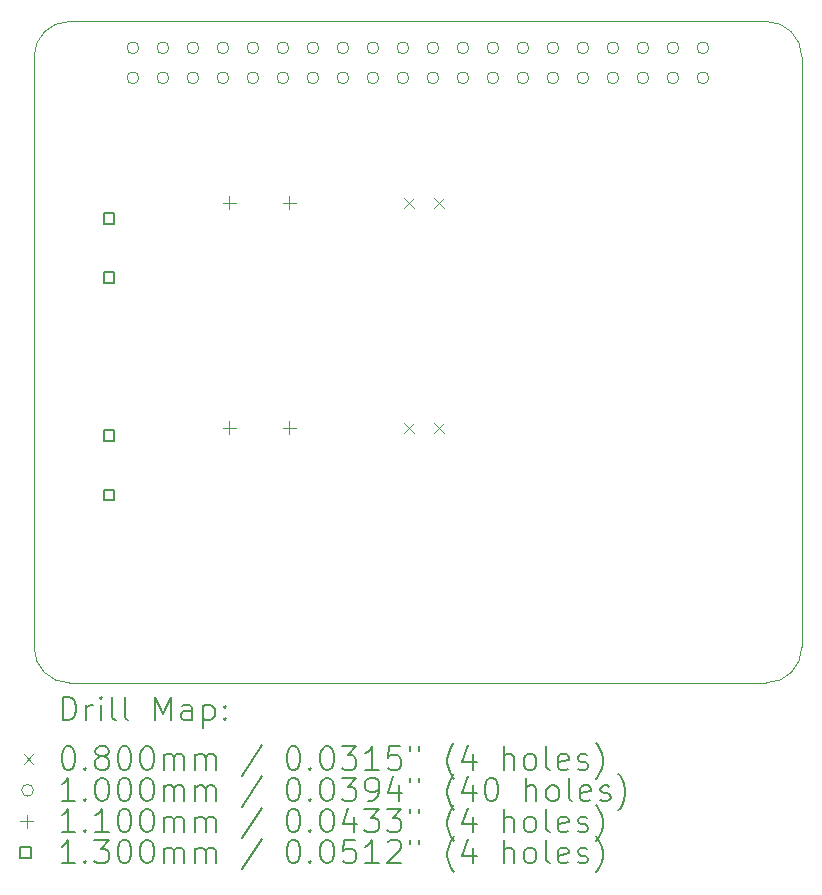
<source format=gbr>
%TF.GenerationSoftware,KiCad,Pcbnew,7.0.1-0*%
%TF.CreationDate,2023-12-28T22:42:47+01:00*%
%TF.ProjectId,SSR-Shiled-v1,5353522d-5368-4696-9c65-642d76312e6b,rev?*%
%TF.SameCoordinates,Original*%
%TF.FileFunction,Drillmap*%
%TF.FilePolarity,Positive*%
%FSLAX45Y45*%
G04 Gerber Fmt 4.5, Leading zero omitted, Abs format (unit mm)*
G04 Created by KiCad (PCBNEW 7.0.1-0) date 2023-12-28 22:42:47*
%MOMM*%
%LPD*%
G01*
G04 APERTURE LIST*
%ADD10C,0.100000*%
%ADD11C,0.200000*%
%ADD12C,0.080000*%
%ADD13C,0.110000*%
%ADD14C,0.130000*%
G04 APERTURE END LIST*
D10*
X16500000Y-4700000D02*
G75*
G03*
X16200000Y-4400000I-300000J0D01*
G01*
X16500000Y-9700000D02*
X16500000Y-4700000D01*
X10000000Y-4700000D02*
X10000000Y-9700000D01*
X10000000Y-9700000D02*
G75*
G03*
X10300000Y-10000000I300000J0D01*
G01*
X10300000Y-10000000D02*
X16200000Y-10000000D01*
X16200000Y-10000000D02*
G75*
G03*
X16500000Y-9700000I0J300000D01*
G01*
X10300000Y-4400000D02*
G75*
G03*
X10000000Y-4700000I0J-300000D01*
G01*
X16200000Y-4400000D02*
X10300000Y-4400000D01*
D11*
D12*
X13135000Y-5896000D02*
X13215000Y-5976000D01*
X13215000Y-5896000D02*
X13135000Y-5976000D01*
X13135000Y-7801000D02*
X13215000Y-7881000D01*
X13215000Y-7801000D02*
X13135000Y-7881000D01*
X13389000Y-5896000D02*
X13469000Y-5976000D01*
X13469000Y-5896000D02*
X13389000Y-5976000D01*
X13389000Y-7801000D02*
X13469000Y-7881000D01*
X13469000Y-7801000D02*
X13389000Y-7881000D01*
D10*
X10887000Y-4623000D02*
G75*
G03*
X10887000Y-4623000I-50000J0D01*
G01*
X10887000Y-4877000D02*
G75*
G03*
X10887000Y-4877000I-50000J0D01*
G01*
X11141000Y-4623000D02*
G75*
G03*
X11141000Y-4623000I-50000J0D01*
G01*
X11141000Y-4877000D02*
G75*
G03*
X11141000Y-4877000I-50000J0D01*
G01*
X11395000Y-4623000D02*
G75*
G03*
X11395000Y-4623000I-50000J0D01*
G01*
X11395000Y-4877000D02*
G75*
G03*
X11395000Y-4877000I-50000J0D01*
G01*
X11649000Y-4623000D02*
G75*
G03*
X11649000Y-4623000I-50000J0D01*
G01*
X11649000Y-4877000D02*
G75*
G03*
X11649000Y-4877000I-50000J0D01*
G01*
X11903000Y-4623000D02*
G75*
G03*
X11903000Y-4623000I-50000J0D01*
G01*
X11903000Y-4877000D02*
G75*
G03*
X11903000Y-4877000I-50000J0D01*
G01*
X12157000Y-4623000D02*
G75*
G03*
X12157000Y-4623000I-50000J0D01*
G01*
X12157000Y-4877000D02*
G75*
G03*
X12157000Y-4877000I-50000J0D01*
G01*
X12411000Y-4623000D02*
G75*
G03*
X12411000Y-4623000I-50000J0D01*
G01*
X12411000Y-4877000D02*
G75*
G03*
X12411000Y-4877000I-50000J0D01*
G01*
X12665000Y-4623000D02*
G75*
G03*
X12665000Y-4623000I-50000J0D01*
G01*
X12665000Y-4877000D02*
G75*
G03*
X12665000Y-4877000I-50000J0D01*
G01*
X12919000Y-4623000D02*
G75*
G03*
X12919000Y-4623000I-50000J0D01*
G01*
X12919000Y-4877000D02*
G75*
G03*
X12919000Y-4877000I-50000J0D01*
G01*
X13173000Y-4623000D02*
G75*
G03*
X13173000Y-4623000I-50000J0D01*
G01*
X13173000Y-4877000D02*
G75*
G03*
X13173000Y-4877000I-50000J0D01*
G01*
X13427000Y-4623000D02*
G75*
G03*
X13427000Y-4623000I-50000J0D01*
G01*
X13427000Y-4877000D02*
G75*
G03*
X13427000Y-4877000I-50000J0D01*
G01*
X13681000Y-4623000D02*
G75*
G03*
X13681000Y-4623000I-50000J0D01*
G01*
X13681000Y-4877000D02*
G75*
G03*
X13681000Y-4877000I-50000J0D01*
G01*
X13935000Y-4623000D02*
G75*
G03*
X13935000Y-4623000I-50000J0D01*
G01*
X13935000Y-4877000D02*
G75*
G03*
X13935000Y-4877000I-50000J0D01*
G01*
X14189000Y-4623000D02*
G75*
G03*
X14189000Y-4623000I-50000J0D01*
G01*
X14189000Y-4877000D02*
G75*
G03*
X14189000Y-4877000I-50000J0D01*
G01*
X14443000Y-4623000D02*
G75*
G03*
X14443000Y-4623000I-50000J0D01*
G01*
X14443000Y-4877000D02*
G75*
G03*
X14443000Y-4877000I-50000J0D01*
G01*
X14697000Y-4623000D02*
G75*
G03*
X14697000Y-4623000I-50000J0D01*
G01*
X14697000Y-4877000D02*
G75*
G03*
X14697000Y-4877000I-50000J0D01*
G01*
X14951000Y-4623000D02*
G75*
G03*
X14951000Y-4623000I-50000J0D01*
G01*
X14951000Y-4877000D02*
G75*
G03*
X14951000Y-4877000I-50000J0D01*
G01*
X15205000Y-4623000D02*
G75*
G03*
X15205000Y-4623000I-50000J0D01*
G01*
X15205000Y-4877000D02*
G75*
G03*
X15205000Y-4877000I-50000J0D01*
G01*
X15459000Y-4623000D02*
G75*
G03*
X15459000Y-4623000I-50000J0D01*
G01*
X15459000Y-4877000D02*
G75*
G03*
X15459000Y-4877000I-50000J0D01*
G01*
X15713000Y-4623000D02*
G75*
G03*
X15713000Y-4623000I-50000J0D01*
G01*
X15713000Y-4877000D02*
G75*
G03*
X15713000Y-4877000I-50000J0D01*
G01*
D13*
X11651000Y-5881000D02*
X11651000Y-5991000D01*
X11596000Y-5936000D02*
X11706000Y-5936000D01*
X11651000Y-7786000D02*
X11651000Y-7896000D01*
X11596000Y-7841000D02*
X11706000Y-7841000D01*
X12159000Y-5881000D02*
X12159000Y-5991000D01*
X12104000Y-5936000D02*
X12214000Y-5936000D01*
X12159000Y-7786000D02*
X12159000Y-7896000D01*
X12104000Y-7841000D02*
X12214000Y-7841000D01*
D14*
X10680962Y-6116962D02*
X10680962Y-6025038D01*
X10589038Y-6025038D01*
X10589038Y-6116962D01*
X10680962Y-6116962D01*
X10680962Y-6616962D02*
X10680962Y-6525038D01*
X10589038Y-6525038D01*
X10589038Y-6616962D01*
X10680962Y-6616962D01*
X10680962Y-7955212D02*
X10680962Y-7863288D01*
X10589038Y-7863288D01*
X10589038Y-7955212D01*
X10680962Y-7955212D01*
X10680962Y-8455212D02*
X10680962Y-8363288D01*
X10589038Y-8363288D01*
X10589038Y-8455212D01*
X10680962Y-8455212D01*
D11*
X10242619Y-10317524D02*
X10242619Y-10117524D01*
X10242619Y-10117524D02*
X10290238Y-10117524D01*
X10290238Y-10117524D02*
X10318810Y-10127048D01*
X10318810Y-10127048D02*
X10337857Y-10146095D01*
X10337857Y-10146095D02*
X10347381Y-10165143D01*
X10347381Y-10165143D02*
X10356905Y-10203238D01*
X10356905Y-10203238D02*
X10356905Y-10231810D01*
X10356905Y-10231810D02*
X10347381Y-10269905D01*
X10347381Y-10269905D02*
X10337857Y-10288952D01*
X10337857Y-10288952D02*
X10318810Y-10308000D01*
X10318810Y-10308000D02*
X10290238Y-10317524D01*
X10290238Y-10317524D02*
X10242619Y-10317524D01*
X10442619Y-10317524D02*
X10442619Y-10184190D01*
X10442619Y-10222286D02*
X10452143Y-10203238D01*
X10452143Y-10203238D02*
X10461667Y-10193714D01*
X10461667Y-10193714D02*
X10480714Y-10184190D01*
X10480714Y-10184190D02*
X10499762Y-10184190D01*
X10566429Y-10317524D02*
X10566429Y-10184190D01*
X10566429Y-10117524D02*
X10556905Y-10127048D01*
X10556905Y-10127048D02*
X10566429Y-10136571D01*
X10566429Y-10136571D02*
X10575952Y-10127048D01*
X10575952Y-10127048D02*
X10566429Y-10117524D01*
X10566429Y-10117524D02*
X10566429Y-10136571D01*
X10690238Y-10317524D02*
X10671190Y-10308000D01*
X10671190Y-10308000D02*
X10661667Y-10288952D01*
X10661667Y-10288952D02*
X10661667Y-10117524D01*
X10795000Y-10317524D02*
X10775952Y-10308000D01*
X10775952Y-10308000D02*
X10766429Y-10288952D01*
X10766429Y-10288952D02*
X10766429Y-10117524D01*
X11023571Y-10317524D02*
X11023571Y-10117524D01*
X11023571Y-10117524D02*
X11090238Y-10260381D01*
X11090238Y-10260381D02*
X11156905Y-10117524D01*
X11156905Y-10117524D02*
X11156905Y-10317524D01*
X11337857Y-10317524D02*
X11337857Y-10212762D01*
X11337857Y-10212762D02*
X11328333Y-10193714D01*
X11328333Y-10193714D02*
X11309286Y-10184190D01*
X11309286Y-10184190D02*
X11271190Y-10184190D01*
X11271190Y-10184190D02*
X11252143Y-10193714D01*
X11337857Y-10308000D02*
X11318809Y-10317524D01*
X11318809Y-10317524D02*
X11271190Y-10317524D01*
X11271190Y-10317524D02*
X11252143Y-10308000D01*
X11252143Y-10308000D02*
X11242619Y-10288952D01*
X11242619Y-10288952D02*
X11242619Y-10269905D01*
X11242619Y-10269905D02*
X11252143Y-10250857D01*
X11252143Y-10250857D02*
X11271190Y-10241333D01*
X11271190Y-10241333D02*
X11318809Y-10241333D01*
X11318809Y-10241333D02*
X11337857Y-10231810D01*
X11433095Y-10184190D02*
X11433095Y-10384190D01*
X11433095Y-10193714D02*
X11452143Y-10184190D01*
X11452143Y-10184190D02*
X11490238Y-10184190D01*
X11490238Y-10184190D02*
X11509286Y-10193714D01*
X11509286Y-10193714D02*
X11518809Y-10203238D01*
X11518809Y-10203238D02*
X11528333Y-10222286D01*
X11528333Y-10222286D02*
X11528333Y-10279429D01*
X11528333Y-10279429D02*
X11518809Y-10298476D01*
X11518809Y-10298476D02*
X11509286Y-10308000D01*
X11509286Y-10308000D02*
X11490238Y-10317524D01*
X11490238Y-10317524D02*
X11452143Y-10317524D01*
X11452143Y-10317524D02*
X11433095Y-10308000D01*
X11614048Y-10298476D02*
X11623571Y-10308000D01*
X11623571Y-10308000D02*
X11614048Y-10317524D01*
X11614048Y-10317524D02*
X11604524Y-10308000D01*
X11604524Y-10308000D02*
X11614048Y-10298476D01*
X11614048Y-10298476D02*
X11614048Y-10317524D01*
X11614048Y-10193714D02*
X11623571Y-10203238D01*
X11623571Y-10203238D02*
X11614048Y-10212762D01*
X11614048Y-10212762D02*
X11604524Y-10203238D01*
X11604524Y-10203238D02*
X11614048Y-10193714D01*
X11614048Y-10193714D02*
X11614048Y-10212762D01*
D12*
X9915000Y-10605000D02*
X9995000Y-10685000D01*
X9995000Y-10605000D02*
X9915000Y-10685000D01*
D11*
X10280714Y-10537524D02*
X10299762Y-10537524D01*
X10299762Y-10537524D02*
X10318810Y-10547048D01*
X10318810Y-10547048D02*
X10328333Y-10556571D01*
X10328333Y-10556571D02*
X10337857Y-10575619D01*
X10337857Y-10575619D02*
X10347381Y-10613714D01*
X10347381Y-10613714D02*
X10347381Y-10661333D01*
X10347381Y-10661333D02*
X10337857Y-10699429D01*
X10337857Y-10699429D02*
X10328333Y-10718476D01*
X10328333Y-10718476D02*
X10318810Y-10728000D01*
X10318810Y-10728000D02*
X10299762Y-10737524D01*
X10299762Y-10737524D02*
X10280714Y-10737524D01*
X10280714Y-10737524D02*
X10261667Y-10728000D01*
X10261667Y-10728000D02*
X10252143Y-10718476D01*
X10252143Y-10718476D02*
X10242619Y-10699429D01*
X10242619Y-10699429D02*
X10233095Y-10661333D01*
X10233095Y-10661333D02*
X10233095Y-10613714D01*
X10233095Y-10613714D02*
X10242619Y-10575619D01*
X10242619Y-10575619D02*
X10252143Y-10556571D01*
X10252143Y-10556571D02*
X10261667Y-10547048D01*
X10261667Y-10547048D02*
X10280714Y-10537524D01*
X10433095Y-10718476D02*
X10442619Y-10728000D01*
X10442619Y-10728000D02*
X10433095Y-10737524D01*
X10433095Y-10737524D02*
X10423571Y-10728000D01*
X10423571Y-10728000D02*
X10433095Y-10718476D01*
X10433095Y-10718476D02*
X10433095Y-10737524D01*
X10556905Y-10623238D02*
X10537857Y-10613714D01*
X10537857Y-10613714D02*
X10528333Y-10604190D01*
X10528333Y-10604190D02*
X10518810Y-10585143D01*
X10518810Y-10585143D02*
X10518810Y-10575619D01*
X10518810Y-10575619D02*
X10528333Y-10556571D01*
X10528333Y-10556571D02*
X10537857Y-10547048D01*
X10537857Y-10547048D02*
X10556905Y-10537524D01*
X10556905Y-10537524D02*
X10595000Y-10537524D01*
X10595000Y-10537524D02*
X10614048Y-10547048D01*
X10614048Y-10547048D02*
X10623571Y-10556571D01*
X10623571Y-10556571D02*
X10633095Y-10575619D01*
X10633095Y-10575619D02*
X10633095Y-10585143D01*
X10633095Y-10585143D02*
X10623571Y-10604190D01*
X10623571Y-10604190D02*
X10614048Y-10613714D01*
X10614048Y-10613714D02*
X10595000Y-10623238D01*
X10595000Y-10623238D02*
X10556905Y-10623238D01*
X10556905Y-10623238D02*
X10537857Y-10632762D01*
X10537857Y-10632762D02*
X10528333Y-10642286D01*
X10528333Y-10642286D02*
X10518810Y-10661333D01*
X10518810Y-10661333D02*
X10518810Y-10699429D01*
X10518810Y-10699429D02*
X10528333Y-10718476D01*
X10528333Y-10718476D02*
X10537857Y-10728000D01*
X10537857Y-10728000D02*
X10556905Y-10737524D01*
X10556905Y-10737524D02*
X10595000Y-10737524D01*
X10595000Y-10737524D02*
X10614048Y-10728000D01*
X10614048Y-10728000D02*
X10623571Y-10718476D01*
X10623571Y-10718476D02*
X10633095Y-10699429D01*
X10633095Y-10699429D02*
X10633095Y-10661333D01*
X10633095Y-10661333D02*
X10623571Y-10642286D01*
X10623571Y-10642286D02*
X10614048Y-10632762D01*
X10614048Y-10632762D02*
X10595000Y-10623238D01*
X10756905Y-10537524D02*
X10775952Y-10537524D01*
X10775952Y-10537524D02*
X10795000Y-10547048D01*
X10795000Y-10547048D02*
X10804524Y-10556571D01*
X10804524Y-10556571D02*
X10814048Y-10575619D01*
X10814048Y-10575619D02*
X10823571Y-10613714D01*
X10823571Y-10613714D02*
X10823571Y-10661333D01*
X10823571Y-10661333D02*
X10814048Y-10699429D01*
X10814048Y-10699429D02*
X10804524Y-10718476D01*
X10804524Y-10718476D02*
X10795000Y-10728000D01*
X10795000Y-10728000D02*
X10775952Y-10737524D01*
X10775952Y-10737524D02*
X10756905Y-10737524D01*
X10756905Y-10737524D02*
X10737857Y-10728000D01*
X10737857Y-10728000D02*
X10728333Y-10718476D01*
X10728333Y-10718476D02*
X10718810Y-10699429D01*
X10718810Y-10699429D02*
X10709286Y-10661333D01*
X10709286Y-10661333D02*
X10709286Y-10613714D01*
X10709286Y-10613714D02*
X10718810Y-10575619D01*
X10718810Y-10575619D02*
X10728333Y-10556571D01*
X10728333Y-10556571D02*
X10737857Y-10547048D01*
X10737857Y-10547048D02*
X10756905Y-10537524D01*
X10947381Y-10537524D02*
X10966429Y-10537524D01*
X10966429Y-10537524D02*
X10985476Y-10547048D01*
X10985476Y-10547048D02*
X10995000Y-10556571D01*
X10995000Y-10556571D02*
X11004524Y-10575619D01*
X11004524Y-10575619D02*
X11014048Y-10613714D01*
X11014048Y-10613714D02*
X11014048Y-10661333D01*
X11014048Y-10661333D02*
X11004524Y-10699429D01*
X11004524Y-10699429D02*
X10995000Y-10718476D01*
X10995000Y-10718476D02*
X10985476Y-10728000D01*
X10985476Y-10728000D02*
X10966429Y-10737524D01*
X10966429Y-10737524D02*
X10947381Y-10737524D01*
X10947381Y-10737524D02*
X10928333Y-10728000D01*
X10928333Y-10728000D02*
X10918810Y-10718476D01*
X10918810Y-10718476D02*
X10909286Y-10699429D01*
X10909286Y-10699429D02*
X10899762Y-10661333D01*
X10899762Y-10661333D02*
X10899762Y-10613714D01*
X10899762Y-10613714D02*
X10909286Y-10575619D01*
X10909286Y-10575619D02*
X10918810Y-10556571D01*
X10918810Y-10556571D02*
X10928333Y-10547048D01*
X10928333Y-10547048D02*
X10947381Y-10537524D01*
X11099762Y-10737524D02*
X11099762Y-10604190D01*
X11099762Y-10623238D02*
X11109286Y-10613714D01*
X11109286Y-10613714D02*
X11128333Y-10604190D01*
X11128333Y-10604190D02*
X11156905Y-10604190D01*
X11156905Y-10604190D02*
X11175952Y-10613714D01*
X11175952Y-10613714D02*
X11185476Y-10632762D01*
X11185476Y-10632762D02*
X11185476Y-10737524D01*
X11185476Y-10632762D02*
X11195000Y-10613714D01*
X11195000Y-10613714D02*
X11214048Y-10604190D01*
X11214048Y-10604190D02*
X11242619Y-10604190D01*
X11242619Y-10604190D02*
X11261667Y-10613714D01*
X11261667Y-10613714D02*
X11271190Y-10632762D01*
X11271190Y-10632762D02*
X11271190Y-10737524D01*
X11366429Y-10737524D02*
X11366429Y-10604190D01*
X11366429Y-10623238D02*
X11375952Y-10613714D01*
X11375952Y-10613714D02*
X11395000Y-10604190D01*
X11395000Y-10604190D02*
X11423571Y-10604190D01*
X11423571Y-10604190D02*
X11442619Y-10613714D01*
X11442619Y-10613714D02*
X11452143Y-10632762D01*
X11452143Y-10632762D02*
X11452143Y-10737524D01*
X11452143Y-10632762D02*
X11461667Y-10613714D01*
X11461667Y-10613714D02*
X11480714Y-10604190D01*
X11480714Y-10604190D02*
X11509286Y-10604190D01*
X11509286Y-10604190D02*
X11528333Y-10613714D01*
X11528333Y-10613714D02*
X11537857Y-10632762D01*
X11537857Y-10632762D02*
X11537857Y-10737524D01*
X11928333Y-10528000D02*
X11756905Y-10785143D01*
X12185476Y-10537524D02*
X12204524Y-10537524D01*
X12204524Y-10537524D02*
X12223572Y-10547048D01*
X12223572Y-10547048D02*
X12233095Y-10556571D01*
X12233095Y-10556571D02*
X12242619Y-10575619D01*
X12242619Y-10575619D02*
X12252143Y-10613714D01*
X12252143Y-10613714D02*
X12252143Y-10661333D01*
X12252143Y-10661333D02*
X12242619Y-10699429D01*
X12242619Y-10699429D02*
X12233095Y-10718476D01*
X12233095Y-10718476D02*
X12223572Y-10728000D01*
X12223572Y-10728000D02*
X12204524Y-10737524D01*
X12204524Y-10737524D02*
X12185476Y-10737524D01*
X12185476Y-10737524D02*
X12166429Y-10728000D01*
X12166429Y-10728000D02*
X12156905Y-10718476D01*
X12156905Y-10718476D02*
X12147381Y-10699429D01*
X12147381Y-10699429D02*
X12137857Y-10661333D01*
X12137857Y-10661333D02*
X12137857Y-10613714D01*
X12137857Y-10613714D02*
X12147381Y-10575619D01*
X12147381Y-10575619D02*
X12156905Y-10556571D01*
X12156905Y-10556571D02*
X12166429Y-10547048D01*
X12166429Y-10547048D02*
X12185476Y-10537524D01*
X12337857Y-10718476D02*
X12347381Y-10728000D01*
X12347381Y-10728000D02*
X12337857Y-10737524D01*
X12337857Y-10737524D02*
X12328333Y-10728000D01*
X12328333Y-10728000D02*
X12337857Y-10718476D01*
X12337857Y-10718476D02*
X12337857Y-10737524D01*
X12471191Y-10537524D02*
X12490238Y-10537524D01*
X12490238Y-10537524D02*
X12509286Y-10547048D01*
X12509286Y-10547048D02*
X12518810Y-10556571D01*
X12518810Y-10556571D02*
X12528333Y-10575619D01*
X12528333Y-10575619D02*
X12537857Y-10613714D01*
X12537857Y-10613714D02*
X12537857Y-10661333D01*
X12537857Y-10661333D02*
X12528333Y-10699429D01*
X12528333Y-10699429D02*
X12518810Y-10718476D01*
X12518810Y-10718476D02*
X12509286Y-10728000D01*
X12509286Y-10728000D02*
X12490238Y-10737524D01*
X12490238Y-10737524D02*
X12471191Y-10737524D01*
X12471191Y-10737524D02*
X12452143Y-10728000D01*
X12452143Y-10728000D02*
X12442619Y-10718476D01*
X12442619Y-10718476D02*
X12433095Y-10699429D01*
X12433095Y-10699429D02*
X12423572Y-10661333D01*
X12423572Y-10661333D02*
X12423572Y-10613714D01*
X12423572Y-10613714D02*
X12433095Y-10575619D01*
X12433095Y-10575619D02*
X12442619Y-10556571D01*
X12442619Y-10556571D02*
X12452143Y-10547048D01*
X12452143Y-10547048D02*
X12471191Y-10537524D01*
X12604524Y-10537524D02*
X12728333Y-10537524D01*
X12728333Y-10537524D02*
X12661667Y-10613714D01*
X12661667Y-10613714D02*
X12690238Y-10613714D01*
X12690238Y-10613714D02*
X12709286Y-10623238D01*
X12709286Y-10623238D02*
X12718810Y-10632762D01*
X12718810Y-10632762D02*
X12728333Y-10651810D01*
X12728333Y-10651810D02*
X12728333Y-10699429D01*
X12728333Y-10699429D02*
X12718810Y-10718476D01*
X12718810Y-10718476D02*
X12709286Y-10728000D01*
X12709286Y-10728000D02*
X12690238Y-10737524D01*
X12690238Y-10737524D02*
X12633095Y-10737524D01*
X12633095Y-10737524D02*
X12614048Y-10728000D01*
X12614048Y-10728000D02*
X12604524Y-10718476D01*
X12918810Y-10737524D02*
X12804524Y-10737524D01*
X12861667Y-10737524D02*
X12861667Y-10537524D01*
X12861667Y-10537524D02*
X12842619Y-10566095D01*
X12842619Y-10566095D02*
X12823572Y-10585143D01*
X12823572Y-10585143D02*
X12804524Y-10594667D01*
X13099762Y-10537524D02*
X13004524Y-10537524D01*
X13004524Y-10537524D02*
X12995000Y-10632762D01*
X12995000Y-10632762D02*
X13004524Y-10623238D01*
X13004524Y-10623238D02*
X13023572Y-10613714D01*
X13023572Y-10613714D02*
X13071191Y-10613714D01*
X13071191Y-10613714D02*
X13090238Y-10623238D01*
X13090238Y-10623238D02*
X13099762Y-10632762D01*
X13099762Y-10632762D02*
X13109286Y-10651810D01*
X13109286Y-10651810D02*
X13109286Y-10699429D01*
X13109286Y-10699429D02*
X13099762Y-10718476D01*
X13099762Y-10718476D02*
X13090238Y-10728000D01*
X13090238Y-10728000D02*
X13071191Y-10737524D01*
X13071191Y-10737524D02*
X13023572Y-10737524D01*
X13023572Y-10737524D02*
X13004524Y-10728000D01*
X13004524Y-10728000D02*
X12995000Y-10718476D01*
X13185476Y-10537524D02*
X13185476Y-10575619D01*
X13261667Y-10537524D02*
X13261667Y-10575619D01*
X13556905Y-10813714D02*
X13547381Y-10804190D01*
X13547381Y-10804190D02*
X13528334Y-10775619D01*
X13528334Y-10775619D02*
X13518810Y-10756571D01*
X13518810Y-10756571D02*
X13509286Y-10728000D01*
X13509286Y-10728000D02*
X13499762Y-10680381D01*
X13499762Y-10680381D02*
X13499762Y-10642286D01*
X13499762Y-10642286D02*
X13509286Y-10594667D01*
X13509286Y-10594667D02*
X13518810Y-10566095D01*
X13518810Y-10566095D02*
X13528334Y-10547048D01*
X13528334Y-10547048D02*
X13547381Y-10518476D01*
X13547381Y-10518476D02*
X13556905Y-10508952D01*
X13718810Y-10604190D02*
X13718810Y-10737524D01*
X13671191Y-10528000D02*
X13623572Y-10670857D01*
X13623572Y-10670857D02*
X13747381Y-10670857D01*
X13975953Y-10737524D02*
X13975953Y-10537524D01*
X14061667Y-10737524D02*
X14061667Y-10632762D01*
X14061667Y-10632762D02*
X14052143Y-10613714D01*
X14052143Y-10613714D02*
X14033096Y-10604190D01*
X14033096Y-10604190D02*
X14004524Y-10604190D01*
X14004524Y-10604190D02*
X13985476Y-10613714D01*
X13985476Y-10613714D02*
X13975953Y-10623238D01*
X14185476Y-10737524D02*
X14166429Y-10728000D01*
X14166429Y-10728000D02*
X14156905Y-10718476D01*
X14156905Y-10718476D02*
X14147381Y-10699429D01*
X14147381Y-10699429D02*
X14147381Y-10642286D01*
X14147381Y-10642286D02*
X14156905Y-10623238D01*
X14156905Y-10623238D02*
X14166429Y-10613714D01*
X14166429Y-10613714D02*
X14185476Y-10604190D01*
X14185476Y-10604190D02*
X14214048Y-10604190D01*
X14214048Y-10604190D02*
X14233096Y-10613714D01*
X14233096Y-10613714D02*
X14242619Y-10623238D01*
X14242619Y-10623238D02*
X14252143Y-10642286D01*
X14252143Y-10642286D02*
X14252143Y-10699429D01*
X14252143Y-10699429D02*
X14242619Y-10718476D01*
X14242619Y-10718476D02*
X14233096Y-10728000D01*
X14233096Y-10728000D02*
X14214048Y-10737524D01*
X14214048Y-10737524D02*
X14185476Y-10737524D01*
X14366429Y-10737524D02*
X14347381Y-10728000D01*
X14347381Y-10728000D02*
X14337857Y-10708952D01*
X14337857Y-10708952D02*
X14337857Y-10537524D01*
X14518810Y-10728000D02*
X14499762Y-10737524D01*
X14499762Y-10737524D02*
X14461667Y-10737524D01*
X14461667Y-10737524D02*
X14442619Y-10728000D01*
X14442619Y-10728000D02*
X14433096Y-10708952D01*
X14433096Y-10708952D02*
X14433096Y-10632762D01*
X14433096Y-10632762D02*
X14442619Y-10613714D01*
X14442619Y-10613714D02*
X14461667Y-10604190D01*
X14461667Y-10604190D02*
X14499762Y-10604190D01*
X14499762Y-10604190D02*
X14518810Y-10613714D01*
X14518810Y-10613714D02*
X14528334Y-10632762D01*
X14528334Y-10632762D02*
X14528334Y-10651810D01*
X14528334Y-10651810D02*
X14433096Y-10670857D01*
X14604524Y-10728000D02*
X14623572Y-10737524D01*
X14623572Y-10737524D02*
X14661667Y-10737524D01*
X14661667Y-10737524D02*
X14680715Y-10728000D01*
X14680715Y-10728000D02*
X14690238Y-10708952D01*
X14690238Y-10708952D02*
X14690238Y-10699429D01*
X14690238Y-10699429D02*
X14680715Y-10680381D01*
X14680715Y-10680381D02*
X14661667Y-10670857D01*
X14661667Y-10670857D02*
X14633096Y-10670857D01*
X14633096Y-10670857D02*
X14614048Y-10661333D01*
X14614048Y-10661333D02*
X14604524Y-10642286D01*
X14604524Y-10642286D02*
X14604524Y-10632762D01*
X14604524Y-10632762D02*
X14614048Y-10613714D01*
X14614048Y-10613714D02*
X14633096Y-10604190D01*
X14633096Y-10604190D02*
X14661667Y-10604190D01*
X14661667Y-10604190D02*
X14680715Y-10613714D01*
X14756905Y-10813714D02*
X14766429Y-10804190D01*
X14766429Y-10804190D02*
X14785477Y-10775619D01*
X14785477Y-10775619D02*
X14795000Y-10756571D01*
X14795000Y-10756571D02*
X14804524Y-10728000D01*
X14804524Y-10728000D02*
X14814048Y-10680381D01*
X14814048Y-10680381D02*
X14814048Y-10642286D01*
X14814048Y-10642286D02*
X14804524Y-10594667D01*
X14804524Y-10594667D02*
X14795000Y-10566095D01*
X14795000Y-10566095D02*
X14785477Y-10547048D01*
X14785477Y-10547048D02*
X14766429Y-10518476D01*
X14766429Y-10518476D02*
X14756905Y-10508952D01*
D10*
X9995000Y-10909000D02*
G75*
G03*
X9995000Y-10909000I-50000J0D01*
G01*
D11*
X10347381Y-11001524D02*
X10233095Y-11001524D01*
X10290238Y-11001524D02*
X10290238Y-10801524D01*
X10290238Y-10801524D02*
X10271190Y-10830095D01*
X10271190Y-10830095D02*
X10252143Y-10849143D01*
X10252143Y-10849143D02*
X10233095Y-10858667D01*
X10433095Y-10982476D02*
X10442619Y-10992000D01*
X10442619Y-10992000D02*
X10433095Y-11001524D01*
X10433095Y-11001524D02*
X10423571Y-10992000D01*
X10423571Y-10992000D02*
X10433095Y-10982476D01*
X10433095Y-10982476D02*
X10433095Y-11001524D01*
X10566429Y-10801524D02*
X10585476Y-10801524D01*
X10585476Y-10801524D02*
X10604524Y-10811048D01*
X10604524Y-10811048D02*
X10614048Y-10820571D01*
X10614048Y-10820571D02*
X10623571Y-10839619D01*
X10623571Y-10839619D02*
X10633095Y-10877714D01*
X10633095Y-10877714D02*
X10633095Y-10925333D01*
X10633095Y-10925333D02*
X10623571Y-10963429D01*
X10623571Y-10963429D02*
X10614048Y-10982476D01*
X10614048Y-10982476D02*
X10604524Y-10992000D01*
X10604524Y-10992000D02*
X10585476Y-11001524D01*
X10585476Y-11001524D02*
X10566429Y-11001524D01*
X10566429Y-11001524D02*
X10547381Y-10992000D01*
X10547381Y-10992000D02*
X10537857Y-10982476D01*
X10537857Y-10982476D02*
X10528333Y-10963429D01*
X10528333Y-10963429D02*
X10518810Y-10925333D01*
X10518810Y-10925333D02*
X10518810Y-10877714D01*
X10518810Y-10877714D02*
X10528333Y-10839619D01*
X10528333Y-10839619D02*
X10537857Y-10820571D01*
X10537857Y-10820571D02*
X10547381Y-10811048D01*
X10547381Y-10811048D02*
X10566429Y-10801524D01*
X10756905Y-10801524D02*
X10775952Y-10801524D01*
X10775952Y-10801524D02*
X10795000Y-10811048D01*
X10795000Y-10811048D02*
X10804524Y-10820571D01*
X10804524Y-10820571D02*
X10814048Y-10839619D01*
X10814048Y-10839619D02*
X10823571Y-10877714D01*
X10823571Y-10877714D02*
X10823571Y-10925333D01*
X10823571Y-10925333D02*
X10814048Y-10963429D01*
X10814048Y-10963429D02*
X10804524Y-10982476D01*
X10804524Y-10982476D02*
X10795000Y-10992000D01*
X10795000Y-10992000D02*
X10775952Y-11001524D01*
X10775952Y-11001524D02*
X10756905Y-11001524D01*
X10756905Y-11001524D02*
X10737857Y-10992000D01*
X10737857Y-10992000D02*
X10728333Y-10982476D01*
X10728333Y-10982476D02*
X10718810Y-10963429D01*
X10718810Y-10963429D02*
X10709286Y-10925333D01*
X10709286Y-10925333D02*
X10709286Y-10877714D01*
X10709286Y-10877714D02*
X10718810Y-10839619D01*
X10718810Y-10839619D02*
X10728333Y-10820571D01*
X10728333Y-10820571D02*
X10737857Y-10811048D01*
X10737857Y-10811048D02*
X10756905Y-10801524D01*
X10947381Y-10801524D02*
X10966429Y-10801524D01*
X10966429Y-10801524D02*
X10985476Y-10811048D01*
X10985476Y-10811048D02*
X10995000Y-10820571D01*
X10995000Y-10820571D02*
X11004524Y-10839619D01*
X11004524Y-10839619D02*
X11014048Y-10877714D01*
X11014048Y-10877714D02*
X11014048Y-10925333D01*
X11014048Y-10925333D02*
X11004524Y-10963429D01*
X11004524Y-10963429D02*
X10995000Y-10982476D01*
X10995000Y-10982476D02*
X10985476Y-10992000D01*
X10985476Y-10992000D02*
X10966429Y-11001524D01*
X10966429Y-11001524D02*
X10947381Y-11001524D01*
X10947381Y-11001524D02*
X10928333Y-10992000D01*
X10928333Y-10992000D02*
X10918810Y-10982476D01*
X10918810Y-10982476D02*
X10909286Y-10963429D01*
X10909286Y-10963429D02*
X10899762Y-10925333D01*
X10899762Y-10925333D02*
X10899762Y-10877714D01*
X10899762Y-10877714D02*
X10909286Y-10839619D01*
X10909286Y-10839619D02*
X10918810Y-10820571D01*
X10918810Y-10820571D02*
X10928333Y-10811048D01*
X10928333Y-10811048D02*
X10947381Y-10801524D01*
X11099762Y-11001524D02*
X11099762Y-10868190D01*
X11099762Y-10887238D02*
X11109286Y-10877714D01*
X11109286Y-10877714D02*
X11128333Y-10868190D01*
X11128333Y-10868190D02*
X11156905Y-10868190D01*
X11156905Y-10868190D02*
X11175952Y-10877714D01*
X11175952Y-10877714D02*
X11185476Y-10896762D01*
X11185476Y-10896762D02*
X11185476Y-11001524D01*
X11185476Y-10896762D02*
X11195000Y-10877714D01*
X11195000Y-10877714D02*
X11214048Y-10868190D01*
X11214048Y-10868190D02*
X11242619Y-10868190D01*
X11242619Y-10868190D02*
X11261667Y-10877714D01*
X11261667Y-10877714D02*
X11271190Y-10896762D01*
X11271190Y-10896762D02*
X11271190Y-11001524D01*
X11366429Y-11001524D02*
X11366429Y-10868190D01*
X11366429Y-10887238D02*
X11375952Y-10877714D01*
X11375952Y-10877714D02*
X11395000Y-10868190D01*
X11395000Y-10868190D02*
X11423571Y-10868190D01*
X11423571Y-10868190D02*
X11442619Y-10877714D01*
X11442619Y-10877714D02*
X11452143Y-10896762D01*
X11452143Y-10896762D02*
X11452143Y-11001524D01*
X11452143Y-10896762D02*
X11461667Y-10877714D01*
X11461667Y-10877714D02*
X11480714Y-10868190D01*
X11480714Y-10868190D02*
X11509286Y-10868190D01*
X11509286Y-10868190D02*
X11528333Y-10877714D01*
X11528333Y-10877714D02*
X11537857Y-10896762D01*
X11537857Y-10896762D02*
X11537857Y-11001524D01*
X11928333Y-10792000D02*
X11756905Y-11049143D01*
X12185476Y-10801524D02*
X12204524Y-10801524D01*
X12204524Y-10801524D02*
X12223572Y-10811048D01*
X12223572Y-10811048D02*
X12233095Y-10820571D01*
X12233095Y-10820571D02*
X12242619Y-10839619D01*
X12242619Y-10839619D02*
X12252143Y-10877714D01*
X12252143Y-10877714D02*
X12252143Y-10925333D01*
X12252143Y-10925333D02*
X12242619Y-10963429D01*
X12242619Y-10963429D02*
X12233095Y-10982476D01*
X12233095Y-10982476D02*
X12223572Y-10992000D01*
X12223572Y-10992000D02*
X12204524Y-11001524D01*
X12204524Y-11001524D02*
X12185476Y-11001524D01*
X12185476Y-11001524D02*
X12166429Y-10992000D01*
X12166429Y-10992000D02*
X12156905Y-10982476D01*
X12156905Y-10982476D02*
X12147381Y-10963429D01*
X12147381Y-10963429D02*
X12137857Y-10925333D01*
X12137857Y-10925333D02*
X12137857Y-10877714D01*
X12137857Y-10877714D02*
X12147381Y-10839619D01*
X12147381Y-10839619D02*
X12156905Y-10820571D01*
X12156905Y-10820571D02*
X12166429Y-10811048D01*
X12166429Y-10811048D02*
X12185476Y-10801524D01*
X12337857Y-10982476D02*
X12347381Y-10992000D01*
X12347381Y-10992000D02*
X12337857Y-11001524D01*
X12337857Y-11001524D02*
X12328333Y-10992000D01*
X12328333Y-10992000D02*
X12337857Y-10982476D01*
X12337857Y-10982476D02*
X12337857Y-11001524D01*
X12471191Y-10801524D02*
X12490238Y-10801524D01*
X12490238Y-10801524D02*
X12509286Y-10811048D01*
X12509286Y-10811048D02*
X12518810Y-10820571D01*
X12518810Y-10820571D02*
X12528333Y-10839619D01*
X12528333Y-10839619D02*
X12537857Y-10877714D01*
X12537857Y-10877714D02*
X12537857Y-10925333D01*
X12537857Y-10925333D02*
X12528333Y-10963429D01*
X12528333Y-10963429D02*
X12518810Y-10982476D01*
X12518810Y-10982476D02*
X12509286Y-10992000D01*
X12509286Y-10992000D02*
X12490238Y-11001524D01*
X12490238Y-11001524D02*
X12471191Y-11001524D01*
X12471191Y-11001524D02*
X12452143Y-10992000D01*
X12452143Y-10992000D02*
X12442619Y-10982476D01*
X12442619Y-10982476D02*
X12433095Y-10963429D01*
X12433095Y-10963429D02*
X12423572Y-10925333D01*
X12423572Y-10925333D02*
X12423572Y-10877714D01*
X12423572Y-10877714D02*
X12433095Y-10839619D01*
X12433095Y-10839619D02*
X12442619Y-10820571D01*
X12442619Y-10820571D02*
X12452143Y-10811048D01*
X12452143Y-10811048D02*
X12471191Y-10801524D01*
X12604524Y-10801524D02*
X12728333Y-10801524D01*
X12728333Y-10801524D02*
X12661667Y-10877714D01*
X12661667Y-10877714D02*
X12690238Y-10877714D01*
X12690238Y-10877714D02*
X12709286Y-10887238D01*
X12709286Y-10887238D02*
X12718810Y-10896762D01*
X12718810Y-10896762D02*
X12728333Y-10915810D01*
X12728333Y-10915810D02*
X12728333Y-10963429D01*
X12728333Y-10963429D02*
X12718810Y-10982476D01*
X12718810Y-10982476D02*
X12709286Y-10992000D01*
X12709286Y-10992000D02*
X12690238Y-11001524D01*
X12690238Y-11001524D02*
X12633095Y-11001524D01*
X12633095Y-11001524D02*
X12614048Y-10992000D01*
X12614048Y-10992000D02*
X12604524Y-10982476D01*
X12823572Y-11001524D02*
X12861667Y-11001524D01*
X12861667Y-11001524D02*
X12880714Y-10992000D01*
X12880714Y-10992000D02*
X12890238Y-10982476D01*
X12890238Y-10982476D02*
X12909286Y-10953905D01*
X12909286Y-10953905D02*
X12918810Y-10915810D01*
X12918810Y-10915810D02*
X12918810Y-10839619D01*
X12918810Y-10839619D02*
X12909286Y-10820571D01*
X12909286Y-10820571D02*
X12899762Y-10811048D01*
X12899762Y-10811048D02*
X12880714Y-10801524D01*
X12880714Y-10801524D02*
X12842619Y-10801524D01*
X12842619Y-10801524D02*
X12823572Y-10811048D01*
X12823572Y-10811048D02*
X12814048Y-10820571D01*
X12814048Y-10820571D02*
X12804524Y-10839619D01*
X12804524Y-10839619D02*
X12804524Y-10887238D01*
X12804524Y-10887238D02*
X12814048Y-10906286D01*
X12814048Y-10906286D02*
X12823572Y-10915810D01*
X12823572Y-10915810D02*
X12842619Y-10925333D01*
X12842619Y-10925333D02*
X12880714Y-10925333D01*
X12880714Y-10925333D02*
X12899762Y-10915810D01*
X12899762Y-10915810D02*
X12909286Y-10906286D01*
X12909286Y-10906286D02*
X12918810Y-10887238D01*
X13090238Y-10868190D02*
X13090238Y-11001524D01*
X13042619Y-10792000D02*
X12995000Y-10934857D01*
X12995000Y-10934857D02*
X13118810Y-10934857D01*
X13185476Y-10801524D02*
X13185476Y-10839619D01*
X13261667Y-10801524D02*
X13261667Y-10839619D01*
X13556905Y-11077714D02*
X13547381Y-11068190D01*
X13547381Y-11068190D02*
X13528334Y-11039619D01*
X13528334Y-11039619D02*
X13518810Y-11020571D01*
X13518810Y-11020571D02*
X13509286Y-10992000D01*
X13509286Y-10992000D02*
X13499762Y-10944381D01*
X13499762Y-10944381D02*
X13499762Y-10906286D01*
X13499762Y-10906286D02*
X13509286Y-10858667D01*
X13509286Y-10858667D02*
X13518810Y-10830095D01*
X13518810Y-10830095D02*
X13528334Y-10811048D01*
X13528334Y-10811048D02*
X13547381Y-10782476D01*
X13547381Y-10782476D02*
X13556905Y-10772952D01*
X13718810Y-10868190D02*
X13718810Y-11001524D01*
X13671191Y-10792000D02*
X13623572Y-10934857D01*
X13623572Y-10934857D02*
X13747381Y-10934857D01*
X13861667Y-10801524D02*
X13880715Y-10801524D01*
X13880715Y-10801524D02*
X13899762Y-10811048D01*
X13899762Y-10811048D02*
X13909286Y-10820571D01*
X13909286Y-10820571D02*
X13918810Y-10839619D01*
X13918810Y-10839619D02*
X13928334Y-10877714D01*
X13928334Y-10877714D02*
X13928334Y-10925333D01*
X13928334Y-10925333D02*
X13918810Y-10963429D01*
X13918810Y-10963429D02*
X13909286Y-10982476D01*
X13909286Y-10982476D02*
X13899762Y-10992000D01*
X13899762Y-10992000D02*
X13880715Y-11001524D01*
X13880715Y-11001524D02*
X13861667Y-11001524D01*
X13861667Y-11001524D02*
X13842619Y-10992000D01*
X13842619Y-10992000D02*
X13833095Y-10982476D01*
X13833095Y-10982476D02*
X13823572Y-10963429D01*
X13823572Y-10963429D02*
X13814048Y-10925333D01*
X13814048Y-10925333D02*
X13814048Y-10877714D01*
X13814048Y-10877714D02*
X13823572Y-10839619D01*
X13823572Y-10839619D02*
X13833095Y-10820571D01*
X13833095Y-10820571D02*
X13842619Y-10811048D01*
X13842619Y-10811048D02*
X13861667Y-10801524D01*
X14166429Y-11001524D02*
X14166429Y-10801524D01*
X14252143Y-11001524D02*
X14252143Y-10896762D01*
X14252143Y-10896762D02*
X14242619Y-10877714D01*
X14242619Y-10877714D02*
X14223572Y-10868190D01*
X14223572Y-10868190D02*
X14195000Y-10868190D01*
X14195000Y-10868190D02*
X14175953Y-10877714D01*
X14175953Y-10877714D02*
X14166429Y-10887238D01*
X14375953Y-11001524D02*
X14356905Y-10992000D01*
X14356905Y-10992000D02*
X14347381Y-10982476D01*
X14347381Y-10982476D02*
X14337857Y-10963429D01*
X14337857Y-10963429D02*
X14337857Y-10906286D01*
X14337857Y-10906286D02*
X14347381Y-10887238D01*
X14347381Y-10887238D02*
X14356905Y-10877714D01*
X14356905Y-10877714D02*
X14375953Y-10868190D01*
X14375953Y-10868190D02*
X14404524Y-10868190D01*
X14404524Y-10868190D02*
X14423572Y-10877714D01*
X14423572Y-10877714D02*
X14433096Y-10887238D01*
X14433096Y-10887238D02*
X14442619Y-10906286D01*
X14442619Y-10906286D02*
X14442619Y-10963429D01*
X14442619Y-10963429D02*
X14433096Y-10982476D01*
X14433096Y-10982476D02*
X14423572Y-10992000D01*
X14423572Y-10992000D02*
X14404524Y-11001524D01*
X14404524Y-11001524D02*
X14375953Y-11001524D01*
X14556905Y-11001524D02*
X14537857Y-10992000D01*
X14537857Y-10992000D02*
X14528334Y-10972952D01*
X14528334Y-10972952D02*
X14528334Y-10801524D01*
X14709286Y-10992000D02*
X14690238Y-11001524D01*
X14690238Y-11001524D02*
X14652143Y-11001524D01*
X14652143Y-11001524D02*
X14633096Y-10992000D01*
X14633096Y-10992000D02*
X14623572Y-10972952D01*
X14623572Y-10972952D02*
X14623572Y-10896762D01*
X14623572Y-10896762D02*
X14633096Y-10877714D01*
X14633096Y-10877714D02*
X14652143Y-10868190D01*
X14652143Y-10868190D02*
X14690238Y-10868190D01*
X14690238Y-10868190D02*
X14709286Y-10877714D01*
X14709286Y-10877714D02*
X14718810Y-10896762D01*
X14718810Y-10896762D02*
X14718810Y-10915810D01*
X14718810Y-10915810D02*
X14623572Y-10934857D01*
X14795000Y-10992000D02*
X14814048Y-11001524D01*
X14814048Y-11001524D02*
X14852143Y-11001524D01*
X14852143Y-11001524D02*
X14871191Y-10992000D01*
X14871191Y-10992000D02*
X14880715Y-10972952D01*
X14880715Y-10972952D02*
X14880715Y-10963429D01*
X14880715Y-10963429D02*
X14871191Y-10944381D01*
X14871191Y-10944381D02*
X14852143Y-10934857D01*
X14852143Y-10934857D02*
X14823572Y-10934857D01*
X14823572Y-10934857D02*
X14804524Y-10925333D01*
X14804524Y-10925333D02*
X14795000Y-10906286D01*
X14795000Y-10906286D02*
X14795000Y-10896762D01*
X14795000Y-10896762D02*
X14804524Y-10877714D01*
X14804524Y-10877714D02*
X14823572Y-10868190D01*
X14823572Y-10868190D02*
X14852143Y-10868190D01*
X14852143Y-10868190D02*
X14871191Y-10877714D01*
X14947381Y-11077714D02*
X14956905Y-11068190D01*
X14956905Y-11068190D02*
X14975953Y-11039619D01*
X14975953Y-11039619D02*
X14985477Y-11020571D01*
X14985477Y-11020571D02*
X14995000Y-10992000D01*
X14995000Y-10992000D02*
X15004524Y-10944381D01*
X15004524Y-10944381D02*
X15004524Y-10906286D01*
X15004524Y-10906286D02*
X14995000Y-10858667D01*
X14995000Y-10858667D02*
X14985477Y-10830095D01*
X14985477Y-10830095D02*
X14975953Y-10811048D01*
X14975953Y-10811048D02*
X14956905Y-10782476D01*
X14956905Y-10782476D02*
X14947381Y-10772952D01*
D13*
X9940000Y-11118000D02*
X9940000Y-11228000D01*
X9885000Y-11173000D02*
X9995000Y-11173000D01*
D11*
X10347381Y-11265524D02*
X10233095Y-11265524D01*
X10290238Y-11265524D02*
X10290238Y-11065524D01*
X10290238Y-11065524D02*
X10271190Y-11094095D01*
X10271190Y-11094095D02*
X10252143Y-11113143D01*
X10252143Y-11113143D02*
X10233095Y-11122667D01*
X10433095Y-11246476D02*
X10442619Y-11256000D01*
X10442619Y-11256000D02*
X10433095Y-11265524D01*
X10433095Y-11265524D02*
X10423571Y-11256000D01*
X10423571Y-11256000D02*
X10433095Y-11246476D01*
X10433095Y-11246476D02*
X10433095Y-11265524D01*
X10633095Y-11265524D02*
X10518810Y-11265524D01*
X10575952Y-11265524D02*
X10575952Y-11065524D01*
X10575952Y-11065524D02*
X10556905Y-11094095D01*
X10556905Y-11094095D02*
X10537857Y-11113143D01*
X10537857Y-11113143D02*
X10518810Y-11122667D01*
X10756905Y-11065524D02*
X10775952Y-11065524D01*
X10775952Y-11065524D02*
X10795000Y-11075048D01*
X10795000Y-11075048D02*
X10804524Y-11084571D01*
X10804524Y-11084571D02*
X10814048Y-11103619D01*
X10814048Y-11103619D02*
X10823571Y-11141714D01*
X10823571Y-11141714D02*
X10823571Y-11189333D01*
X10823571Y-11189333D02*
X10814048Y-11227428D01*
X10814048Y-11227428D02*
X10804524Y-11246476D01*
X10804524Y-11246476D02*
X10795000Y-11256000D01*
X10795000Y-11256000D02*
X10775952Y-11265524D01*
X10775952Y-11265524D02*
X10756905Y-11265524D01*
X10756905Y-11265524D02*
X10737857Y-11256000D01*
X10737857Y-11256000D02*
X10728333Y-11246476D01*
X10728333Y-11246476D02*
X10718810Y-11227428D01*
X10718810Y-11227428D02*
X10709286Y-11189333D01*
X10709286Y-11189333D02*
X10709286Y-11141714D01*
X10709286Y-11141714D02*
X10718810Y-11103619D01*
X10718810Y-11103619D02*
X10728333Y-11084571D01*
X10728333Y-11084571D02*
X10737857Y-11075048D01*
X10737857Y-11075048D02*
X10756905Y-11065524D01*
X10947381Y-11065524D02*
X10966429Y-11065524D01*
X10966429Y-11065524D02*
X10985476Y-11075048D01*
X10985476Y-11075048D02*
X10995000Y-11084571D01*
X10995000Y-11084571D02*
X11004524Y-11103619D01*
X11004524Y-11103619D02*
X11014048Y-11141714D01*
X11014048Y-11141714D02*
X11014048Y-11189333D01*
X11014048Y-11189333D02*
X11004524Y-11227428D01*
X11004524Y-11227428D02*
X10995000Y-11246476D01*
X10995000Y-11246476D02*
X10985476Y-11256000D01*
X10985476Y-11256000D02*
X10966429Y-11265524D01*
X10966429Y-11265524D02*
X10947381Y-11265524D01*
X10947381Y-11265524D02*
X10928333Y-11256000D01*
X10928333Y-11256000D02*
X10918810Y-11246476D01*
X10918810Y-11246476D02*
X10909286Y-11227428D01*
X10909286Y-11227428D02*
X10899762Y-11189333D01*
X10899762Y-11189333D02*
X10899762Y-11141714D01*
X10899762Y-11141714D02*
X10909286Y-11103619D01*
X10909286Y-11103619D02*
X10918810Y-11084571D01*
X10918810Y-11084571D02*
X10928333Y-11075048D01*
X10928333Y-11075048D02*
X10947381Y-11065524D01*
X11099762Y-11265524D02*
X11099762Y-11132190D01*
X11099762Y-11151238D02*
X11109286Y-11141714D01*
X11109286Y-11141714D02*
X11128333Y-11132190D01*
X11128333Y-11132190D02*
X11156905Y-11132190D01*
X11156905Y-11132190D02*
X11175952Y-11141714D01*
X11175952Y-11141714D02*
X11185476Y-11160762D01*
X11185476Y-11160762D02*
X11185476Y-11265524D01*
X11185476Y-11160762D02*
X11195000Y-11141714D01*
X11195000Y-11141714D02*
X11214048Y-11132190D01*
X11214048Y-11132190D02*
X11242619Y-11132190D01*
X11242619Y-11132190D02*
X11261667Y-11141714D01*
X11261667Y-11141714D02*
X11271190Y-11160762D01*
X11271190Y-11160762D02*
X11271190Y-11265524D01*
X11366429Y-11265524D02*
X11366429Y-11132190D01*
X11366429Y-11151238D02*
X11375952Y-11141714D01*
X11375952Y-11141714D02*
X11395000Y-11132190D01*
X11395000Y-11132190D02*
X11423571Y-11132190D01*
X11423571Y-11132190D02*
X11442619Y-11141714D01*
X11442619Y-11141714D02*
X11452143Y-11160762D01*
X11452143Y-11160762D02*
X11452143Y-11265524D01*
X11452143Y-11160762D02*
X11461667Y-11141714D01*
X11461667Y-11141714D02*
X11480714Y-11132190D01*
X11480714Y-11132190D02*
X11509286Y-11132190D01*
X11509286Y-11132190D02*
X11528333Y-11141714D01*
X11528333Y-11141714D02*
X11537857Y-11160762D01*
X11537857Y-11160762D02*
X11537857Y-11265524D01*
X11928333Y-11056000D02*
X11756905Y-11313143D01*
X12185476Y-11065524D02*
X12204524Y-11065524D01*
X12204524Y-11065524D02*
X12223572Y-11075048D01*
X12223572Y-11075048D02*
X12233095Y-11084571D01*
X12233095Y-11084571D02*
X12242619Y-11103619D01*
X12242619Y-11103619D02*
X12252143Y-11141714D01*
X12252143Y-11141714D02*
X12252143Y-11189333D01*
X12252143Y-11189333D02*
X12242619Y-11227428D01*
X12242619Y-11227428D02*
X12233095Y-11246476D01*
X12233095Y-11246476D02*
X12223572Y-11256000D01*
X12223572Y-11256000D02*
X12204524Y-11265524D01*
X12204524Y-11265524D02*
X12185476Y-11265524D01*
X12185476Y-11265524D02*
X12166429Y-11256000D01*
X12166429Y-11256000D02*
X12156905Y-11246476D01*
X12156905Y-11246476D02*
X12147381Y-11227428D01*
X12147381Y-11227428D02*
X12137857Y-11189333D01*
X12137857Y-11189333D02*
X12137857Y-11141714D01*
X12137857Y-11141714D02*
X12147381Y-11103619D01*
X12147381Y-11103619D02*
X12156905Y-11084571D01*
X12156905Y-11084571D02*
X12166429Y-11075048D01*
X12166429Y-11075048D02*
X12185476Y-11065524D01*
X12337857Y-11246476D02*
X12347381Y-11256000D01*
X12347381Y-11256000D02*
X12337857Y-11265524D01*
X12337857Y-11265524D02*
X12328333Y-11256000D01*
X12328333Y-11256000D02*
X12337857Y-11246476D01*
X12337857Y-11246476D02*
X12337857Y-11265524D01*
X12471191Y-11065524D02*
X12490238Y-11065524D01*
X12490238Y-11065524D02*
X12509286Y-11075048D01*
X12509286Y-11075048D02*
X12518810Y-11084571D01*
X12518810Y-11084571D02*
X12528333Y-11103619D01*
X12528333Y-11103619D02*
X12537857Y-11141714D01*
X12537857Y-11141714D02*
X12537857Y-11189333D01*
X12537857Y-11189333D02*
X12528333Y-11227428D01*
X12528333Y-11227428D02*
X12518810Y-11246476D01*
X12518810Y-11246476D02*
X12509286Y-11256000D01*
X12509286Y-11256000D02*
X12490238Y-11265524D01*
X12490238Y-11265524D02*
X12471191Y-11265524D01*
X12471191Y-11265524D02*
X12452143Y-11256000D01*
X12452143Y-11256000D02*
X12442619Y-11246476D01*
X12442619Y-11246476D02*
X12433095Y-11227428D01*
X12433095Y-11227428D02*
X12423572Y-11189333D01*
X12423572Y-11189333D02*
X12423572Y-11141714D01*
X12423572Y-11141714D02*
X12433095Y-11103619D01*
X12433095Y-11103619D02*
X12442619Y-11084571D01*
X12442619Y-11084571D02*
X12452143Y-11075048D01*
X12452143Y-11075048D02*
X12471191Y-11065524D01*
X12709286Y-11132190D02*
X12709286Y-11265524D01*
X12661667Y-11056000D02*
X12614048Y-11198857D01*
X12614048Y-11198857D02*
X12737857Y-11198857D01*
X12795000Y-11065524D02*
X12918810Y-11065524D01*
X12918810Y-11065524D02*
X12852143Y-11141714D01*
X12852143Y-11141714D02*
X12880714Y-11141714D01*
X12880714Y-11141714D02*
X12899762Y-11151238D01*
X12899762Y-11151238D02*
X12909286Y-11160762D01*
X12909286Y-11160762D02*
X12918810Y-11179810D01*
X12918810Y-11179810D02*
X12918810Y-11227428D01*
X12918810Y-11227428D02*
X12909286Y-11246476D01*
X12909286Y-11246476D02*
X12899762Y-11256000D01*
X12899762Y-11256000D02*
X12880714Y-11265524D01*
X12880714Y-11265524D02*
X12823572Y-11265524D01*
X12823572Y-11265524D02*
X12804524Y-11256000D01*
X12804524Y-11256000D02*
X12795000Y-11246476D01*
X12985476Y-11065524D02*
X13109286Y-11065524D01*
X13109286Y-11065524D02*
X13042619Y-11141714D01*
X13042619Y-11141714D02*
X13071191Y-11141714D01*
X13071191Y-11141714D02*
X13090238Y-11151238D01*
X13090238Y-11151238D02*
X13099762Y-11160762D01*
X13099762Y-11160762D02*
X13109286Y-11179810D01*
X13109286Y-11179810D02*
X13109286Y-11227428D01*
X13109286Y-11227428D02*
X13099762Y-11246476D01*
X13099762Y-11246476D02*
X13090238Y-11256000D01*
X13090238Y-11256000D02*
X13071191Y-11265524D01*
X13071191Y-11265524D02*
X13014048Y-11265524D01*
X13014048Y-11265524D02*
X12995000Y-11256000D01*
X12995000Y-11256000D02*
X12985476Y-11246476D01*
X13185476Y-11065524D02*
X13185476Y-11103619D01*
X13261667Y-11065524D02*
X13261667Y-11103619D01*
X13556905Y-11341714D02*
X13547381Y-11332190D01*
X13547381Y-11332190D02*
X13528334Y-11303619D01*
X13528334Y-11303619D02*
X13518810Y-11284571D01*
X13518810Y-11284571D02*
X13509286Y-11256000D01*
X13509286Y-11256000D02*
X13499762Y-11208381D01*
X13499762Y-11208381D02*
X13499762Y-11170286D01*
X13499762Y-11170286D02*
X13509286Y-11122667D01*
X13509286Y-11122667D02*
X13518810Y-11094095D01*
X13518810Y-11094095D02*
X13528334Y-11075048D01*
X13528334Y-11075048D02*
X13547381Y-11046476D01*
X13547381Y-11046476D02*
X13556905Y-11036952D01*
X13718810Y-11132190D02*
X13718810Y-11265524D01*
X13671191Y-11056000D02*
X13623572Y-11198857D01*
X13623572Y-11198857D02*
X13747381Y-11198857D01*
X13975953Y-11265524D02*
X13975953Y-11065524D01*
X14061667Y-11265524D02*
X14061667Y-11160762D01*
X14061667Y-11160762D02*
X14052143Y-11141714D01*
X14052143Y-11141714D02*
X14033096Y-11132190D01*
X14033096Y-11132190D02*
X14004524Y-11132190D01*
X14004524Y-11132190D02*
X13985476Y-11141714D01*
X13985476Y-11141714D02*
X13975953Y-11151238D01*
X14185476Y-11265524D02*
X14166429Y-11256000D01*
X14166429Y-11256000D02*
X14156905Y-11246476D01*
X14156905Y-11246476D02*
X14147381Y-11227428D01*
X14147381Y-11227428D02*
X14147381Y-11170286D01*
X14147381Y-11170286D02*
X14156905Y-11151238D01*
X14156905Y-11151238D02*
X14166429Y-11141714D01*
X14166429Y-11141714D02*
X14185476Y-11132190D01*
X14185476Y-11132190D02*
X14214048Y-11132190D01*
X14214048Y-11132190D02*
X14233096Y-11141714D01*
X14233096Y-11141714D02*
X14242619Y-11151238D01*
X14242619Y-11151238D02*
X14252143Y-11170286D01*
X14252143Y-11170286D02*
X14252143Y-11227428D01*
X14252143Y-11227428D02*
X14242619Y-11246476D01*
X14242619Y-11246476D02*
X14233096Y-11256000D01*
X14233096Y-11256000D02*
X14214048Y-11265524D01*
X14214048Y-11265524D02*
X14185476Y-11265524D01*
X14366429Y-11265524D02*
X14347381Y-11256000D01*
X14347381Y-11256000D02*
X14337857Y-11236952D01*
X14337857Y-11236952D02*
X14337857Y-11065524D01*
X14518810Y-11256000D02*
X14499762Y-11265524D01*
X14499762Y-11265524D02*
X14461667Y-11265524D01*
X14461667Y-11265524D02*
X14442619Y-11256000D01*
X14442619Y-11256000D02*
X14433096Y-11236952D01*
X14433096Y-11236952D02*
X14433096Y-11160762D01*
X14433096Y-11160762D02*
X14442619Y-11141714D01*
X14442619Y-11141714D02*
X14461667Y-11132190D01*
X14461667Y-11132190D02*
X14499762Y-11132190D01*
X14499762Y-11132190D02*
X14518810Y-11141714D01*
X14518810Y-11141714D02*
X14528334Y-11160762D01*
X14528334Y-11160762D02*
X14528334Y-11179810D01*
X14528334Y-11179810D02*
X14433096Y-11198857D01*
X14604524Y-11256000D02*
X14623572Y-11265524D01*
X14623572Y-11265524D02*
X14661667Y-11265524D01*
X14661667Y-11265524D02*
X14680715Y-11256000D01*
X14680715Y-11256000D02*
X14690238Y-11236952D01*
X14690238Y-11236952D02*
X14690238Y-11227428D01*
X14690238Y-11227428D02*
X14680715Y-11208381D01*
X14680715Y-11208381D02*
X14661667Y-11198857D01*
X14661667Y-11198857D02*
X14633096Y-11198857D01*
X14633096Y-11198857D02*
X14614048Y-11189333D01*
X14614048Y-11189333D02*
X14604524Y-11170286D01*
X14604524Y-11170286D02*
X14604524Y-11160762D01*
X14604524Y-11160762D02*
X14614048Y-11141714D01*
X14614048Y-11141714D02*
X14633096Y-11132190D01*
X14633096Y-11132190D02*
X14661667Y-11132190D01*
X14661667Y-11132190D02*
X14680715Y-11141714D01*
X14756905Y-11341714D02*
X14766429Y-11332190D01*
X14766429Y-11332190D02*
X14785477Y-11303619D01*
X14785477Y-11303619D02*
X14795000Y-11284571D01*
X14795000Y-11284571D02*
X14804524Y-11256000D01*
X14804524Y-11256000D02*
X14814048Y-11208381D01*
X14814048Y-11208381D02*
X14814048Y-11170286D01*
X14814048Y-11170286D02*
X14804524Y-11122667D01*
X14804524Y-11122667D02*
X14795000Y-11094095D01*
X14795000Y-11094095D02*
X14785477Y-11075048D01*
X14785477Y-11075048D02*
X14766429Y-11046476D01*
X14766429Y-11046476D02*
X14756905Y-11036952D01*
D14*
X9975962Y-11482962D02*
X9975962Y-11391038D01*
X9884038Y-11391038D01*
X9884038Y-11482962D01*
X9975962Y-11482962D01*
D11*
X10347381Y-11529524D02*
X10233095Y-11529524D01*
X10290238Y-11529524D02*
X10290238Y-11329524D01*
X10290238Y-11329524D02*
X10271190Y-11358095D01*
X10271190Y-11358095D02*
X10252143Y-11377143D01*
X10252143Y-11377143D02*
X10233095Y-11386667D01*
X10433095Y-11510476D02*
X10442619Y-11520000D01*
X10442619Y-11520000D02*
X10433095Y-11529524D01*
X10433095Y-11529524D02*
X10423571Y-11520000D01*
X10423571Y-11520000D02*
X10433095Y-11510476D01*
X10433095Y-11510476D02*
X10433095Y-11529524D01*
X10509286Y-11329524D02*
X10633095Y-11329524D01*
X10633095Y-11329524D02*
X10566429Y-11405714D01*
X10566429Y-11405714D02*
X10595000Y-11405714D01*
X10595000Y-11405714D02*
X10614048Y-11415238D01*
X10614048Y-11415238D02*
X10623571Y-11424762D01*
X10623571Y-11424762D02*
X10633095Y-11443809D01*
X10633095Y-11443809D02*
X10633095Y-11491428D01*
X10633095Y-11491428D02*
X10623571Y-11510476D01*
X10623571Y-11510476D02*
X10614048Y-11520000D01*
X10614048Y-11520000D02*
X10595000Y-11529524D01*
X10595000Y-11529524D02*
X10537857Y-11529524D01*
X10537857Y-11529524D02*
X10518810Y-11520000D01*
X10518810Y-11520000D02*
X10509286Y-11510476D01*
X10756905Y-11329524D02*
X10775952Y-11329524D01*
X10775952Y-11329524D02*
X10795000Y-11339048D01*
X10795000Y-11339048D02*
X10804524Y-11348571D01*
X10804524Y-11348571D02*
X10814048Y-11367619D01*
X10814048Y-11367619D02*
X10823571Y-11405714D01*
X10823571Y-11405714D02*
X10823571Y-11453333D01*
X10823571Y-11453333D02*
X10814048Y-11491428D01*
X10814048Y-11491428D02*
X10804524Y-11510476D01*
X10804524Y-11510476D02*
X10795000Y-11520000D01*
X10795000Y-11520000D02*
X10775952Y-11529524D01*
X10775952Y-11529524D02*
X10756905Y-11529524D01*
X10756905Y-11529524D02*
X10737857Y-11520000D01*
X10737857Y-11520000D02*
X10728333Y-11510476D01*
X10728333Y-11510476D02*
X10718810Y-11491428D01*
X10718810Y-11491428D02*
X10709286Y-11453333D01*
X10709286Y-11453333D02*
X10709286Y-11405714D01*
X10709286Y-11405714D02*
X10718810Y-11367619D01*
X10718810Y-11367619D02*
X10728333Y-11348571D01*
X10728333Y-11348571D02*
X10737857Y-11339048D01*
X10737857Y-11339048D02*
X10756905Y-11329524D01*
X10947381Y-11329524D02*
X10966429Y-11329524D01*
X10966429Y-11329524D02*
X10985476Y-11339048D01*
X10985476Y-11339048D02*
X10995000Y-11348571D01*
X10995000Y-11348571D02*
X11004524Y-11367619D01*
X11004524Y-11367619D02*
X11014048Y-11405714D01*
X11014048Y-11405714D02*
X11014048Y-11453333D01*
X11014048Y-11453333D02*
X11004524Y-11491428D01*
X11004524Y-11491428D02*
X10995000Y-11510476D01*
X10995000Y-11510476D02*
X10985476Y-11520000D01*
X10985476Y-11520000D02*
X10966429Y-11529524D01*
X10966429Y-11529524D02*
X10947381Y-11529524D01*
X10947381Y-11529524D02*
X10928333Y-11520000D01*
X10928333Y-11520000D02*
X10918810Y-11510476D01*
X10918810Y-11510476D02*
X10909286Y-11491428D01*
X10909286Y-11491428D02*
X10899762Y-11453333D01*
X10899762Y-11453333D02*
X10899762Y-11405714D01*
X10899762Y-11405714D02*
X10909286Y-11367619D01*
X10909286Y-11367619D02*
X10918810Y-11348571D01*
X10918810Y-11348571D02*
X10928333Y-11339048D01*
X10928333Y-11339048D02*
X10947381Y-11329524D01*
X11099762Y-11529524D02*
X11099762Y-11396190D01*
X11099762Y-11415238D02*
X11109286Y-11405714D01*
X11109286Y-11405714D02*
X11128333Y-11396190D01*
X11128333Y-11396190D02*
X11156905Y-11396190D01*
X11156905Y-11396190D02*
X11175952Y-11405714D01*
X11175952Y-11405714D02*
X11185476Y-11424762D01*
X11185476Y-11424762D02*
X11185476Y-11529524D01*
X11185476Y-11424762D02*
X11195000Y-11405714D01*
X11195000Y-11405714D02*
X11214048Y-11396190D01*
X11214048Y-11396190D02*
X11242619Y-11396190D01*
X11242619Y-11396190D02*
X11261667Y-11405714D01*
X11261667Y-11405714D02*
X11271190Y-11424762D01*
X11271190Y-11424762D02*
X11271190Y-11529524D01*
X11366429Y-11529524D02*
X11366429Y-11396190D01*
X11366429Y-11415238D02*
X11375952Y-11405714D01*
X11375952Y-11405714D02*
X11395000Y-11396190D01*
X11395000Y-11396190D02*
X11423571Y-11396190D01*
X11423571Y-11396190D02*
X11442619Y-11405714D01*
X11442619Y-11405714D02*
X11452143Y-11424762D01*
X11452143Y-11424762D02*
X11452143Y-11529524D01*
X11452143Y-11424762D02*
X11461667Y-11405714D01*
X11461667Y-11405714D02*
X11480714Y-11396190D01*
X11480714Y-11396190D02*
X11509286Y-11396190D01*
X11509286Y-11396190D02*
X11528333Y-11405714D01*
X11528333Y-11405714D02*
X11537857Y-11424762D01*
X11537857Y-11424762D02*
X11537857Y-11529524D01*
X11928333Y-11320000D02*
X11756905Y-11577143D01*
X12185476Y-11329524D02*
X12204524Y-11329524D01*
X12204524Y-11329524D02*
X12223572Y-11339048D01*
X12223572Y-11339048D02*
X12233095Y-11348571D01*
X12233095Y-11348571D02*
X12242619Y-11367619D01*
X12242619Y-11367619D02*
X12252143Y-11405714D01*
X12252143Y-11405714D02*
X12252143Y-11453333D01*
X12252143Y-11453333D02*
X12242619Y-11491428D01*
X12242619Y-11491428D02*
X12233095Y-11510476D01*
X12233095Y-11510476D02*
X12223572Y-11520000D01*
X12223572Y-11520000D02*
X12204524Y-11529524D01*
X12204524Y-11529524D02*
X12185476Y-11529524D01*
X12185476Y-11529524D02*
X12166429Y-11520000D01*
X12166429Y-11520000D02*
X12156905Y-11510476D01*
X12156905Y-11510476D02*
X12147381Y-11491428D01*
X12147381Y-11491428D02*
X12137857Y-11453333D01*
X12137857Y-11453333D02*
X12137857Y-11405714D01*
X12137857Y-11405714D02*
X12147381Y-11367619D01*
X12147381Y-11367619D02*
X12156905Y-11348571D01*
X12156905Y-11348571D02*
X12166429Y-11339048D01*
X12166429Y-11339048D02*
X12185476Y-11329524D01*
X12337857Y-11510476D02*
X12347381Y-11520000D01*
X12347381Y-11520000D02*
X12337857Y-11529524D01*
X12337857Y-11529524D02*
X12328333Y-11520000D01*
X12328333Y-11520000D02*
X12337857Y-11510476D01*
X12337857Y-11510476D02*
X12337857Y-11529524D01*
X12471191Y-11329524D02*
X12490238Y-11329524D01*
X12490238Y-11329524D02*
X12509286Y-11339048D01*
X12509286Y-11339048D02*
X12518810Y-11348571D01*
X12518810Y-11348571D02*
X12528333Y-11367619D01*
X12528333Y-11367619D02*
X12537857Y-11405714D01*
X12537857Y-11405714D02*
X12537857Y-11453333D01*
X12537857Y-11453333D02*
X12528333Y-11491428D01*
X12528333Y-11491428D02*
X12518810Y-11510476D01*
X12518810Y-11510476D02*
X12509286Y-11520000D01*
X12509286Y-11520000D02*
X12490238Y-11529524D01*
X12490238Y-11529524D02*
X12471191Y-11529524D01*
X12471191Y-11529524D02*
X12452143Y-11520000D01*
X12452143Y-11520000D02*
X12442619Y-11510476D01*
X12442619Y-11510476D02*
X12433095Y-11491428D01*
X12433095Y-11491428D02*
X12423572Y-11453333D01*
X12423572Y-11453333D02*
X12423572Y-11405714D01*
X12423572Y-11405714D02*
X12433095Y-11367619D01*
X12433095Y-11367619D02*
X12442619Y-11348571D01*
X12442619Y-11348571D02*
X12452143Y-11339048D01*
X12452143Y-11339048D02*
X12471191Y-11329524D01*
X12718810Y-11329524D02*
X12623572Y-11329524D01*
X12623572Y-11329524D02*
X12614048Y-11424762D01*
X12614048Y-11424762D02*
X12623572Y-11415238D01*
X12623572Y-11415238D02*
X12642619Y-11405714D01*
X12642619Y-11405714D02*
X12690238Y-11405714D01*
X12690238Y-11405714D02*
X12709286Y-11415238D01*
X12709286Y-11415238D02*
X12718810Y-11424762D01*
X12718810Y-11424762D02*
X12728333Y-11443809D01*
X12728333Y-11443809D02*
X12728333Y-11491428D01*
X12728333Y-11491428D02*
X12718810Y-11510476D01*
X12718810Y-11510476D02*
X12709286Y-11520000D01*
X12709286Y-11520000D02*
X12690238Y-11529524D01*
X12690238Y-11529524D02*
X12642619Y-11529524D01*
X12642619Y-11529524D02*
X12623572Y-11520000D01*
X12623572Y-11520000D02*
X12614048Y-11510476D01*
X12918810Y-11529524D02*
X12804524Y-11529524D01*
X12861667Y-11529524D02*
X12861667Y-11329524D01*
X12861667Y-11329524D02*
X12842619Y-11358095D01*
X12842619Y-11358095D02*
X12823572Y-11377143D01*
X12823572Y-11377143D02*
X12804524Y-11386667D01*
X12995000Y-11348571D02*
X13004524Y-11339048D01*
X13004524Y-11339048D02*
X13023572Y-11329524D01*
X13023572Y-11329524D02*
X13071191Y-11329524D01*
X13071191Y-11329524D02*
X13090238Y-11339048D01*
X13090238Y-11339048D02*
X13099762Y-11348571D01*
X13099762Y-11348571D02*
X13109286Y-11367619D01*
X13109286Y-11367619D02*
X13109286Y-11386667D01*
X13109286Y-11386667D02*
X13099762Y-11415238D01*
X13099762Y-11415238D02*
X12985476Y-11529524D01*
X12985476Y-11529524D02*
X13109286Y-11529524D01*
X13185476Y-11329524D02*
X13185476Y-11367619D01*
X13261667Y-11329524D02*
X13261667Y-11367619D01*
X13556905Y-11605714D02*
X13547381Y-11596190D01*
X13547381Y-11596190D02*
X13528334Y-11567619D01*
X13528334Y-11567619D02*
X13518810Y-11548571D01*
X13518810Y-11548571D02*
X13509286Y-11520000D01*
X13509286Y-11520000D02*
X13499762Y-11472381D01*
X13499762Y-11472381D02*
X13499762Y-11434286D01*
X13499762Y-11434286D02*
X13509286Y-11386667D01*
X13509286Y-11386667D02*
X13518810Y-11358095D01*
X13518810Y-11358095D02*
X13528334Y-11339048D01*
X13528334Y-11339048D02*
X13547381Y-11310476D01*
X13547381Y-11310476D02*
X13556905Y-11300952D01*
X13718810Y-11396190D02*
X13718810Y-11529524D01*
X13671191Y-11320000D02*
X13623572Y-11462857D01*
X13623572Y-11462857D02*
X13747381Y-11462857D01*
X13975953Y-11529524D02*
X13975953Y-11329524D01*
X14061667Y-11529524D02*
X14061667Y-11424762D01*
X14061667Y-11424762D02*
X14052143Y-11405714D01*
X14052143Y-11405714D02*
X14033096Y-11396190D01*
X14033096Y-11396190D02*
X14004524Y-11396190D01*
X14004524Y-11396190D02*
X13985476Y-11405714D01*
X13985476Y-11405714D02*
X13975953Y-11415238D01*
X14185476Y-11529524D02*
X14166429Y-11520000D01*
X14166429Y-11520000D02*
X14156905Y-11510476D01*
X14156905Y-11510476D02*
X14147381Y-11491428D01*
X14147381Y-11491428D02*
X14147381Y-11434286D01*
X14147381Y-11434286D02*
X14156905Y-11415238D01*
X14156905Y-11415238D02*
X14166429Y-11405714D01*
X14166429Y-11405714D02*
X14185476Y-11396190D01*
X14185476Y-11396190D02*
X14214048Y-11396190D01*
X14214048Y-11396190D02*
X14233096Y-11405714D01*
X14233096Y-11405714D02*
X14242619Y-11415238D01*
X14242619Y-11415238D02*
X14252143Y-11434286D01*
X14252143Y-11434286D02*
X14252143Y-11491428D01*
X14252143Y-11491428D02*
X14242619Y-11510476D01*
X14242619Y-11510476D02*
X14233096Y-11520000D01*
X14233096Y-11520000D02*
X14214048Y-11529524D01*
X14214048Y-11529524D02*
X14185476Y-11529524D01*
X14366429Y-11529524D02*
X14347381Y-11520000D01*
X14347381Y-11520000D02*
X14337857Y-11500952D01*
X14337857Y-11500952D02*
X14337857Y-11329524D01*
X14518810Y-11520000D02*
X14499762Y-11529524D01*
X14499762Y-11529524D02*
X14461667Y-11529524D01*
X14461667Y-11529524D02*
X14442619Y-11520000D01*
X14442619Y-11520000D02*
X14433096Y-11500952D01*
X14433096Y-11500952D02*
X14433096Y-11424762D01*
X14433096Y-11424762D02*
X14442619Y-11405714D01*
X14442619Y-11405714D02*
X14461667Y-11396190D01*
X14461667Y-11396190D02*
X14499762Y-11396190D01*
X14499762Y-11396190D02*
X14518810Y-11405714D01*
X14518810Y-11405714D02*
X14528334Y-11424762D01*
X14528334Y-11424762D02*
X14528334Y-11443809D01*
X14528334Y-11443809D02*
X14433096Y-11462857D01*
X14604524Y-11520000D02*
X14623572Y-11529524D01*
X14623572Y-11529524D02*
X14661667Y-11529524D01*
X14661667Y-11529524D02*
X14680715Y-11520000D01*
X14680715Y-11520000D02*
X14690238Y-11500952D01*
X14690238Y-11500952D02*
X14690238Y-11491428D01*
X14690238Y-11491428D02*
X14680715Y-11472381D01*
X14680715Y-11472381D02*
X14661667Y-11462857D01*
X14661667Y-11462857D02*
X14633096Y-11462857D01*
X14633096Y-11462857D02*
X14614048Y-11453333D01*
X14614048Y-11453333D02*
X14604524Y-11434286D01*
X14604524Y-11434286D02*
X14604524Y-11424762D01*
X14604524Y-11424762D02*
X14614048Y-11405714D01*
X14614048Y-11405714D02*
X14633096Y-11396190D01*
X14633096Y-11396190D02*
X14661667Y-11396190D01*
X14661667Y-11396190D02*
X14680715Y-11405714D01*
X14756905Y-11605714D02*
X14766429Y-11596190D01*
X14766429Y-11596190D02*
X14785477Y-11567619D01*
X14785477Y-11567619D02*
X14795000Y-11548571D01*
X14795000Y-11548571D02*
X14804524Y-11520000D01*
X14804524Y-11520000D02*
X14814048Y-11472381D01*
X14814048Y-11472381D02*
X14814048Y-11434286D01*
X14814048Y-11434286D02*
X14804524Y-11386667D01*
X14804524Y-11386667D02*
X14795000Y-11358095D01*
X14795000Y-11358095D02*
X14785477Y-11339048D01*
X14785477Y-11339048D02*
X14766429Y-11310476D01*
X14766429Y-11310476D02*
X14756905Y-11300952D01*
M02*

</source>
